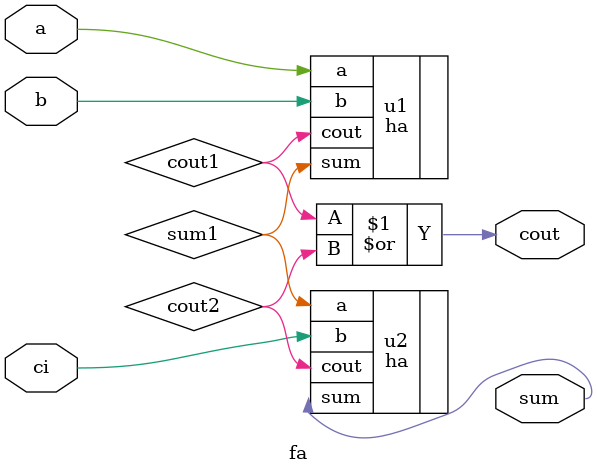
<source format=v>
module fa(a, b, ci, sum, cout);
// input and output declaration
     input  a, b, ci;
     output sum, cout;

// wire and reg declaration
     wire sum1, cout1, cout2;

// module instance
     ha  u1(.a(a), .b(b), .sum(sum1), .cout(cout1));
     ha  u2(.a(sum1), .b(ci), .sum(sum), .cout(cout2));
     or  g1(cout, cout1, cout2);

endmodule

</source>
